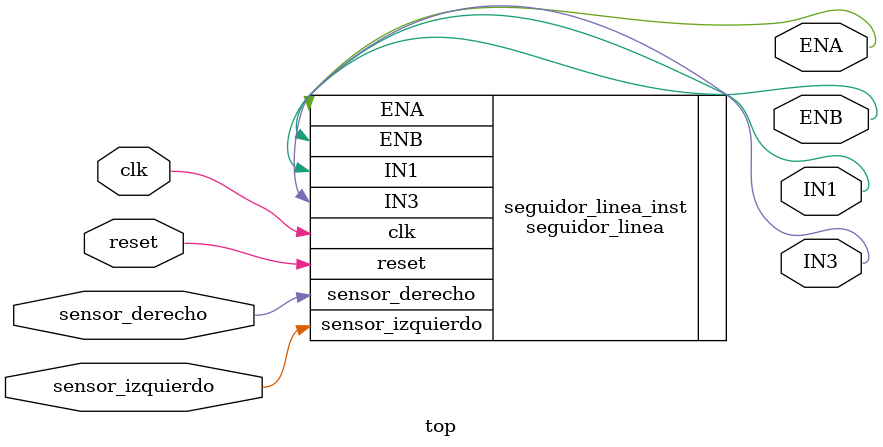
<source format=v>
module top(
    input wire clk,
    input wire reset,
    input wire sensor_derecho,  // Sensor que detecta la línea en el lado derecho
    input wire sensor_izquierdo, // Sensor que detecta la línea en el lado izquierdo
    output wire ENA,              // Control de velocidad (PWM) para el motor izquierdo
    output wire IN1,              // Dirección para el motor izquierdo
    output wire ENB,              // Control de velocidad (PWM) para el motor derecho
    output wire IN3              // Dirección para el motor derecho
  
);

  // Instancias de los módulos
  seguidor_linea seguidor_linea_inst(
    .clk(clk),
    .reset(reset),
    .sensor_derecho(sensor_derecho),
    .sensor_izquierdo(sensor_izquierdo),
    .ENA(ENA),
    .IN1(IN1),
    .IN3(IN3),
    .ENB(ENB)
  );

  /*seguidor_linea_tb seguidor_linea_tb_inst (
    // Testbench clock and reset (might have different names in your code)
    .clk(clk),
    .reset(reset),
    // Testbench generated sensor value
    .sensor(sensor),
    // Testbench doesn't connect to motor outputs directly
    .motor_izq(motor_izq),
    .motor_der(motor_der)
  );*/
  
 endmodule

</source>
